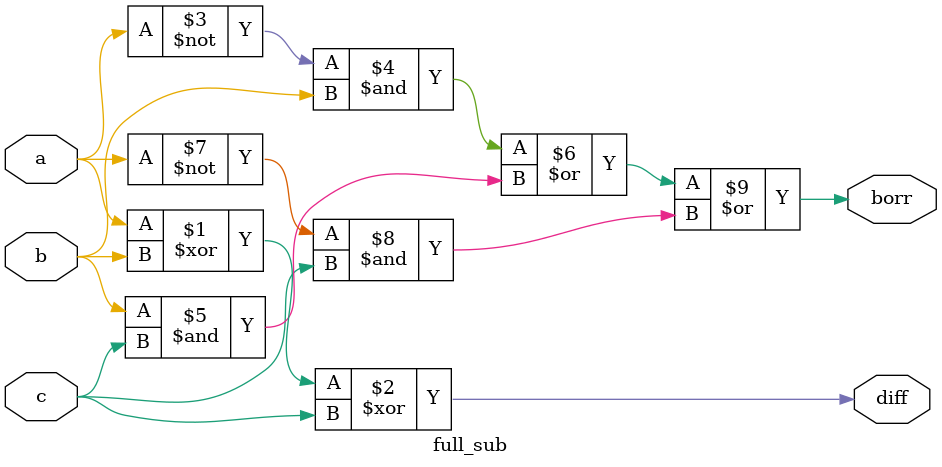
<source format=v>
module full_sub(input a,b,c,output diff,borr);
     assign diff= a^b^c;
     assign borr= (~a&b)|(b&c)|(~a&c);
endmodule

</source>
